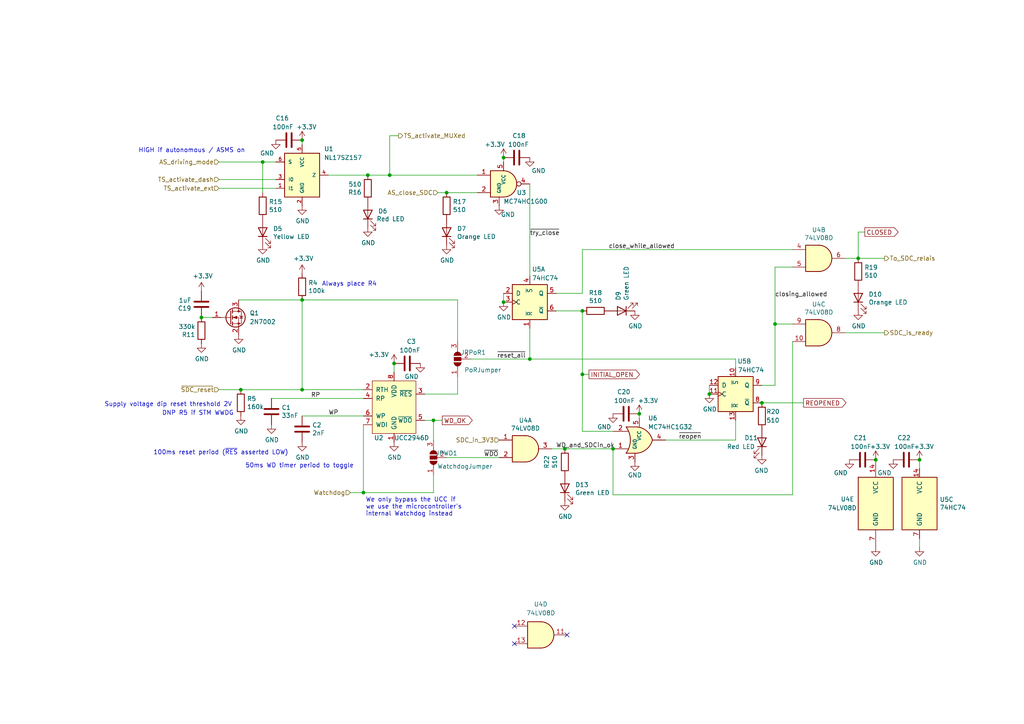
<source format=kicad_sch>
(kicad_sch (version 20211123) (generator eeschema)
  (paper "A4")
  (title_block (title "SDCL - Non-Programmable Logic") (date "2021-12-16") (rev "v1.0") (company "FaSTTUBe - Formula Student Team TU Berlin") (comment 1 "Car 113") (comment 2 "EBS Electronics") (comment 3 "Compliance for rule T 14.5.1 and T 14.5.2") (comment 4 "Hard-Wired logic for SDC relay latching and activation buttons"))
  (lib_symbols
    (symbol "74xx:74HC74" (pin_names (offset 1.016))
      (property "Reference" "U" (at -7.62 8.89 0))
      (property "Value" "74HC74" (at -7.62 -8.89 0))
      (symbol "74HC74_1_0"
        (pin input line (at 0 -7.62 90) (length 2.54) (name "~{R}") (number "1"))
        (pin input line (at -7.62 2.54 0) (length 2.54) (name "D") (number "2"))
        (pin input clock (at -7.62 0 0) (length 2.54) (name "C") (number "3"))
        (pin input line (at 0 7.62 270) (length 2.54) (name "~{S}") (number "4"))
        (pin output line (at 7.62 2.54 180) (length 2.54) (name "Q") (number "5"))
        (pin output line (at 7.62 -2.54 180) (length 2.54) (name "~{Q}") (number "6"))
      )
      (symbol "74HC74_1_1"
        (rectangle (start -5.08 5.08) (end 5.08 -5.08) (stroke (width 0.254)) (fill (type background)))
      )
      (symbol "74HC74_2_0"
        (pin input line (at 0 7.62 270) (length 2.54) (name "~{S}") (number "10"))
        (pin input clock (at -7.62 0 0) (length 2.54) (name "C") (number "11"))
        (pin input line (at -7.62 2.54 0) (length 2.54) (name "D") (number "12"))
        (pin input line (at 0 -7.62 90) (length 2.54) (name "~{R}") (number "13"))
        (pin output line (at 7.62 -2.54 180) (length 2.54) (name "~{Q}") (number "8"))
        (pin output line (at 7.62 2.54 180) (length 2.54) (name "Q") (number "9"))
      )
      (symbol "74HC74_2_1"
        (rectangle (start -5.08 5.08) (end 5.08 -5.08) (stroke (width 0.254)) (fill (type background)))
      )
      (symbol "74HC74_3_0"
        (pin power_in line (at 0 10.16 270) (length 2.54) (name "VCC") (number "14"))
        (pin power_in line (at 0 -10.16 90) (length 2.54) (name "GND") (number "7"))
      )
      (symbol "74HC74_3_1"
        (rectangle (start -5.08 7.62) (end 5.08 -7.62) (stroke (width 0.254)) (fill (type background)))
      )
    )
    (symbol "Custom:74LV08D" (pin_names (offset 1.016))
      (property "Reference" "U" (at 3.81 6.35 0))
      (property "Value" "74LV08D" (at 7.62 3.81 0))
      (symbol "74LV08D_1_1"
        (arc (start 0 -3.81) (mid 3.81 0) (end 0 3.81) (stroke (width 0.254)) (fill (type background)))
        (polyline (pts (xy 0 3.81) (xy -3.81 3.81) (xy -3.81 -3.81) (xy 0 -3.81)) (stroke (width 0.254)) (fill (type background)))
        (pin input line (at -7.62 2.54 0) (length 3.81) (name "~") (number "1"))
        (pin input line (at -7.62 -2.54 0) (length 3.81) (name "~") (number "2"))
        (pin output line (at 7.62 0 180) (length 3.81) (name "~") (number "3"))
      )
      (symbol "74LV08D_1_2"
        (arc (start -3.81 -3.81) (mid -2.589 0) (end -3.81 3.81) (stroke (width 0.254)))
        (arc (start -0.6096 -3.81) (mid 2.1842 -2.5851) (end 3.81 0) (stroke (width 0.254)) (fill (type background)))
        (polyline (pts (xy -3.81 -3.81) (xy -0.635 -3.81)) (stroke (width 0.254)) (fill (type background)))
        (polyline (pts (xy -3.81 3.81) (xy -0.635 3.81)) (stroke (width 0.254)) (fill (type background)))
        (polyline (pts (xy -0.635 3.81) (xy -3.81 3.81) (xy -3.81 3.81) (xy -3.556 3.4036) (xy -3.0226 2.2606) (xy -2.6924 1.0414) (xy -2.6162 -0.254) (xy -2.7686 -1.4986) (xy -3.175 -2.7178) (xy -3.81 -3.81) (xy -3.81 -3.81) (xy -0.635 -3.81)) (stroke (width -25.4)) (fill (type background)))
        (arc (start 3.81 0) (mid 2.1915 2.5936) (end -0.6096 3.81) (stroke (width 0.254)) (fill (type background)))
        (pin input inverted (at -7.62 2.54 0) (length 4.318) (name "~") (number "1"))
        (pin input inverted (at -7.62 -2.54 0) (length 4.318) (name "~") (number "2"))
        (pin output inverted (at 7.62 0 180) (length 3.81) (name "~") (number "3"))
      )
      (symbol "74LV08D_2_1"
        (arc (start 0 -3.81) (mid 3.81 0) (end 0 3.81) (stroke (width 0.254)) (fill (type background)))
        (polyline (pts (xy 0 3.81) (xy -3.81 3.81) (xy -3.81 -3.81) (xy 0 -3.81)) (stroke (width 0.254)) (fill (type background)))
        (pin input line (at -7.62 2.54 0) (length 3.81) (name "~") (number "4"))
        (pin input line (at -7.62 -2.54 0) (length 3.81) (name "~") (number "5"))
        (pin output line (at 7.62 0 180) (length 3.81) (name "~") (number "6"))
      )
      (symbol "74LV08D_2_2"
        (arc (start -3.81 -3.81) (mid -2.589 0) (end -3.81 3.81) (stroke (width 0.254)))
        (arc (start -0.6096 -3.81) (mid 2.1842 -2.5851) (end 3.81 0) (stroke (width 0.254)) (fill (type background)))
        (polyline (pts (xy -3.81 -3.81) (xy -0.635 -3.81)) (stroke (width 0.254)) (fill (type background)))
        (polyline (pts (xy -3.81 3.81) (xy -0.635 3.81)) (stroke (width 0.254)) (fill (type background)))
        (polyline (pts (xy -0.635 3.81) (xy -3.81 3.81) (xy -3.81 3.81) (xy -3.556 3.4036) (xy -3.0226 2.2606) (xy -2.6924 1.0414) (xy -2.6162 -0.254) (xy -2.7686 -1.4986) (xy -3.175 -2.7178) (xy -3.81 -3.81) (xy -3.81 -3.81) (xy -0.635 -3.81)) (stroke (width -25.4)) (fill (type background)))
        (arc (start 3.81 0) (mid 2.1915 2.5936) (end -0.6096 3.81) (stroke (width 0.254)) (fill (type background)))
        (pin input inverted (at -7.62 2.54 0) (length 4.318) (name "~") (number "4"))
        (pin input inverted (at -7.62 -2.54 0) (length 4.318) (name "~") (number "5"))
        (pin output inverted (at 7.62 0 180) (length 3.81) (name "~") (number "6"))
      )
      (symbol "74LV08D_3_1"
        (arc (start 0 -3.81) (mid 3.81 0) (end 0 3.81) (stroke (width 0.254)) (fill (type background)))
        (polyline (pts (xy 0 3.81) (xy -3.81 3.81) (xy -3.81 -3.81) (xy 0 -3.81)) (stroke (width 0.254)) (fill (type background)))
        (pin input line (at -7.62 -2.54 0) (length 3.81) (name "~") (number "10"))
        (pin output line (at 7.62 0 180) (length 3.81) (name "~") (number "8"))
        (pin input line (at -7.62 2.54 0) (length 3.81) (name "~") (number "9"))
      )
      (symbol "74LV08D_3_2"
        (arc (start -3.81 -3.81) (mid -2.589 0) (end -3.81 3.81) (stroke (width 0.254)))
        (arc (start -0.6096 -3.81) (mid 2.1842 -2.5851) (end 3.81 0) (stroke (width 0.254)) (fill (type background)))
        (polyline (pts (xy -3.81 -3.81) (xy -0.635 -3.81)) (stroke (width 0.254)) (fill (type background)))
        (polyline (pts (xy -3.81 3.81) (xy -0.635 3.81)) (stroke (width 0.254)) (fill (type background)))
        (polyline (pts (xy -0.635 3.81) (xy -3.81 3.81) (xy -3.81 3.81) (xy -3.556 3.4036) (xy -3.0226 2.2606) (xy -2.6924 1.0414) (xy -2.6162 -0.254) (xy -2.7686 -1.4986) (xy -3.175 -2.7178) (xy -3.81 -3.81) (xy -3.81 -3.81) (xy -0.635 -3.81)) (stroke (width -25.4)) (fill (type background)))
        (arc (start 3.81 0) (mid 2.1915 2.5936) (end -0.6096 3.81) (stroke (width 0.254)) (fill (type background)))
        (pin input inverted (at -7.62 -2.54 0) (length 4.318) (name "~") (number "10"))
        (pin output inverted (at 7.62 0 180) (length 3.81) (name "~") (number "8"))
        (pin input inverted (at -7.62 2.54 0) (length 4.318) (name "~") (number "9"))
      )
      (symbol "74LV08D_4_1"
        (arc (start 0 -3.81) (mid 3.81 0) (end 0 3.81) (stroke (width 0.254)) (fill (type background)))
        (polyline (pts (xy 0 3.81) (xy -3.81 3.81) (xy -3.81 -3.81) (xy 0 -3.81)) (stroke (width 0.254)) (fill (type background)))
        (pin output line (at 7.62 0 180) (length 3.81) (name "~") (number "11"))
        (pin input line (at -7.62 2.54 0) (length 3.81) (name "~") (number "12"))
        (pin input line (at -7.62 -2.54 0) (length 3.81) (name "~") (number "13"))
      )
      (symbol "74LV08D_4_2"
        (arc (start -3.81 -3.81) (mid -2.589 0) (end -3.81 3.81) (stroke (width 0.254)))
        (arc (start -0.6096 -3.81) (mid 2.1842 -2.5851) (end 3.81 0) (stroke (width 0.254)) (fill (type background)))
        (polyline (pts (xy -3.81 -3.81) (xy -0.635 -3.81)) (stroke (width 0.254)) (fill (type background)))
        (polyline (pts (xy -3.81 3.81) (xy -0.635 3.81)) (stroke (width 0.254)) (fill (type background)))
        (polyline (pts (xy -0.635 3.81) (xy -3.81 3.81) (xy -3.81 3.81) (xy -3.556 3.4036) (xy -3.0226 2.2606) (xy -2.6924 1.0414) (xy -2.6162 -0.254) (xy -2.7686 -1.4986) (xy -3.175 -2.7178) (xy -3.81 -3.81) (xy -3.81 -3.81) (xy -0.635 -3.81)) (stroke (width -25.4)) (fill (type background)))
        (arc (start 3.81 0) (mid 2.1915 2.5936) (end -0.6096 3.81) (stroke (width 0.254)) (fill (type background)))
        (pin output inverted (at 7.62 0 180) (length 3.81) (name "~") (number "11"))
        (pin input inverted (at -7.62 2.54 0) (length 4.318) (name "~") (number "12"))
        (pin input inverted (at -7.62 -2.54 0) (length 4.318) (name "~") (number "13"))
      )
      (symbol "74LV08D_5_0"
        (pin power_in line (at 0 12.7 270) (length 5.08) (name "VCC") (number "14"))
        (pin power_in line (at 0 -12.7 90) (length 5.08) (name "GND") (number "7"))
      )
      (symbol "74LV08D_5_1"
        (rectangle (start -5.08 7.62) (end 5.08 -7.62) (stroke (width 0.254)) (fill (type background)))
      )
    )
    (symbol "Custom:MC74HC1G00" (pin_names (offset 1.016))
      (property "Reference" "U" (at 1.27 7.62 0))
      (property "Value" "MC74HC1G00" (at 7.62 5.08 0))
      (symbol "MC74HC1G00_1_1"
        (arc (start 0 -3.81) (mid 3.81 0) (end 0 3.81) (stroke (width 0.254)) (fill (type background)))
        (polyline (pts (xy 0 3.81) (xy -3.81 3.81) (xy -3.81 -3.81) (xy 0 -3.81)) (stroke (width 0.254)) (fill (type background)))
        (pin input line (at -7.62 2.54 0) (length 3.81) (name "~") (number "1"))
        (pin input line (at -7.62 -2.54 0) (length 3.81) (name "~") (number "2"))
        (pin power_in line (at -1.27 -6.35 90) (length 2.54) (name "GND") (number "3"))
        (pin output inverted (at 7.62 0 180) (length 3.81) (name "~") (number "4"))
        (pin power_in line (at 0 6.35 270) (length 2.54) (name "VCC") (number "5"))
      )
      (symbol "MC74HC1G00_1_2"
        (arc (start -3.81 -3.81) (mid -2.589 0) (end -3.81 3.81) (stroke (width 0.254)))
        (arc (start -0.6096 -3.81) (mid 2.1842 -2.5851) (end 3.81 0) (stroke (width 0.254)) (fill (type background)))
        (polyline (pts (xy -3.81 -3.81) (xy -0.635 -3.81)) (stroke (width 0.254)) (fill (type background)))
        (polyline (pts (xy -3.81 3.81) (xy -0.635 3.81)) (stroke (width 0.254)) (fill (type background)))
        (polyline (pts (xy -0.635 3.81) (xy -3.81 3.81) (xy -3.81 3.81) (xy -3.556 3.4036) (xy -3.0226 2.2606) (xy -2.6924 1.0414) (xy -2.6162 -0.254) (xy -2.7686 -1.4986) (xy -3.175 -2.7178) (xy -3.81 -3.81) (xy -3.81 -3.81) (xy -0.635 -3.81)) (stroke (width -25.4)) (fill (type background)))
        (arc (start 3.81 0) (mid 2.1915 2.5936) (end -0.6096 3.81) (stroke (width 0.254)) (fill (type background)))
        (pin input inverted (at -7.62 2.54 0) (length 4.318) (name "~") (number "1"))
        (pin input inverted (at -7.62 -2.54 0) (length 4.318) (name "~") (number "2"))
        (pin output line (at 7.62 0 180) (length 3.81) (name "~") (number "3"))
      )
    )
    (symbol "Custom:MC74HC1G32" (pin_names (offset 1.016))
      (property "Reference" "U6" (at 2.54 6.35 0))
      (property "Value" "MC74HC1G32" (at 2.54 3.81 0))
      (symbol "MC74HC1G32_1_1"
        (arc (start -3.81 -3.81) (mid -2.589 0) (end -3.81 3.81) (stroke (width 0.254)))
        (arc (start -0.6096 -3.81) (mid 2.1842 -2.5851) (end 3.81 0) (stroke (width 0.254)) (fill (type background)))
        (polyline (pts (xy -3.81 -3.81) (xy -0.635 -3.81)) (stroke (width 0.254)) (fill (type background)))
        (polyline (pts (xy -3.81 3.81) (xy -0.635 3.81)) (stroke (width 0.254)) (fill (type background)))
        (polyline (pts (xy -0.635 3.81) (xy -3.81 3.81) (xy -3.81 3.81) (xy -3.556 3.4036) (xy -3.0226 2.2606) (xy -2.6924 1.0414) (xy -2.6162 -0.254) (xy -2.7686 -1.4986) (xy -3.175 -2.7178) (xy -3.81 -3.81) (xy -3.81 -3.81) (xy -0.635 -3.81)) (stroke (width -25.4)) (fill (type background)))
        (arc (start 3.81 0) (mid 2.1915 2.5936) (end -0.6096 3.81) (stroke (width 0.254)) (fill (type background)))
        (pin input line (at -7.62 -2.54 0) (length 4.318) (name "~") (number "1"))
        (pin input line (at -7.62 2.54 0) (length 4.318) (name "~") (number "2"))
        (pin power_in line (at -1.27 -6.35 90) (length 2.54) (name "GND") (number "3"))
        (pin output line (at 7.62 0 180) (length 3.81) (name "~") (number "4"))
        (pin power_in line (at 0 6.35 270) (length 2.54) (name "VCC") (number "5"))
      )
      (symbol "MC74HC1G32_1_2"
        (arc (start 0 -3.81) (mid 3.81 0) (end 0 3.81) (stroke (width 0.254)) (fill (type background)))
        (polyline (pts (xy 0 3.81) (xy -3.81 3.81) (xy -3.81 -3.81) (xy 0 -3.81)) (stroke (width 0.254)) (fill (type background)))
        (pin input inverted (at -7.62 2.54 0) (length 3.81) (name "~") (number "1"))
        (pin input inverted (at -7.62 -2.54 0) (length 3.81) (name "~") (number "2"))
        (pin output inverted (at 7.62 0 180) (length 3.81) (name "~") (number "3"))
      )
    )
    (symbol "Custom:NL17SZ157" (pin_names (offset 1.016))
      (property "Reference" "U" (at 0 15.24 0))
      (property "Value" "NL17SZ157" (at 0 12.7 0))
      (symbol "NL17SZ157_1_1"
        (rectangle (start -5.08 6.35) (end 5.08 -6.35) (stroke (width 0.254)) (fill (type background)))
        (pin input line (at -7.62 -3.81 0) (length 2.54) (name "I1") (number "1"))
        (pin power_in line (at 0 -8.89 90) (length 2.54) (name "GND") (number "2"))
        (pin input line (at -7.62 -1.27 0) (length 2.54) (name "I0") (number "3"))
        (pin output line (at 7.62 0 180) (length 2.54) (name "Z") (number "4"))
        (pin power_in line (at 0 8.89 270) (length 2.54) (name "VCC") (number "5"))
        (pin input line (at -7.62 3.81 0) (length 2.54) (name "S") (number "6"))
      )
    )
    (symbol "Custom:UCC2946" (pin_names (offset 1.016))
      (property "Reference" "U" (at 0 15.24 0))
      (property "Value" "UCC2946" (at 0 12.7 0))
      (symbol "UCC2946_0_1"
        (rectangle (start -6.35 7.62) (end 6.35 -7.62) (fill (type background)))
      )
      (symbol "UCC2946_1_1"
        (pin power_in line (at 0 -10.16 90) (length 2.54) (name "GND") (number "1"))
        (pin input line (at -8.89 5.08 0) (length 2.54) (name "RTH") (number "2"))
        (pin input line (at 8.89 3.81 180) (length 2.54) (name "~{RES}") (number "3"))
        (pin input line (at -8.89 2.54 0) (length 2.54) (name "RP") (number "4"))
        (pin input line (at 8.89 -3.81 180) (length 2.54) (name "~{WDO}") (number "5"))
        (pin input line (at -8.89 -2.54 0) (length 2.54) (name "WP") (number "6"))
        (pin input line (at -8.89 -5.08 0) (length 2.54) (name "WDI") (number "7"))
        (pin power_in line (at 0 10.16 270) (length 2.54) (name "VDD") (number "8"))
      )
    )
    (symbol "Device:C" (pin_numbers hide) (pin_names (offset 0.254))
      (property "Reference" "C" (at 0.635 2.54 0))
      (property "Value" "C" (at 0.635 -2.54 0))
      (symbol "C_0_1"
        (polyline (pts (xy -2.032 -0.762) (xy 2.032 -0.762)) (stroke (width 0.508)))
        (polyline (pts (xy -2.032 0.762) (xy 2.032 0.762)) (stroke (width 0.508)))
      )
      (symbol "C_1_1"
        (pin passive line (at 0 3.81 270) (length 2.794) (name "~") (number "1"))
        (pin passive line (at 0 -3.81 90) (length 2.794) (name "~") (number "2"))
      )
    )
    (symbol "Device:LED" (pin_numbers hide) (pin_names (offset 1.016) hide)
      (property "Reference" "D" (at 0 2.54 0))
      (property "Value" "LED" (at 0 -2.54 0))
      (symbol "LED_0_1"
        (polyline (pts (xy -1.27 -1.27) (xy -1.27 1.27)) (stroke (width 0.254)))
        (polyline (pts (xy -1.27 0) (xy 1.27 0)))
        (polyline (pts (xy 1.27 -1.27) (xy 1.27 1.27) (xy -1.27 0) (xy 1.27 -1.27)) (stroke (width 0.254)))
        (polyline (pts (xy -3.048 -0.762) (xy -4.572 -2.286) (xy -3.81 -2.286) (xy -4.572 -2.286) (xy -4.572 -1.524)))
        (polyline (pts (xy -1.778 -0.762) (xy -3.302 -2.286) (xy -2.54 -2.286) (xy -3.302 -2.286) (xy -3.302 -1.524)))
      )
      (symbol "LED_1_1"
        (pin passive line (at -3.81 0 0) (length 2.54) (name "K") (number "1"))
        (pin passive line (at 3.81 0 180) (length 2.54) (name "A") (number "2"))
      )
    )
    (symbol "Device:Q_NMOS_GSD" (pin_names (offset 0) hide)
      (property "Reference" "Q" (at 5.08 1.27 0))
      (property "Value" "Q_NMOS_GSD" (at 5.08 -1.27 0))
      (symbol "Q_NMOS_GSD_0_1"
        (polyline (pts (xy 0.254 0) (xy -2.54 0)))
        (polyline (pts (xy 0.254 1.905) (xy 0.254 -1.905)) (stroke (width 0.254)))
        (polyline (pts (xy 0.762 -1.27) (xy 0.762 -2.286)) (stroke (width 0.254)))
        (polyline (pts (xy 0.762 0.508) (xy 0.762 -0.508)) (stroke (width 0.254)))
        (polyline (pts (xy 0.762 2.286) (xy 0.762 1.27)) (stroke (width 0.254)))
        (polyline (pts (xy 2.54 2.54) (xy 2.54 1.778)))
        (polyline (pts (xy 2.54 -2.54) (xy 2.54 0) (xy 0.762 0)))
        (polyline (pts (xy 0.762 -1.778) (xy 3.302 -1.778) (xy 3.302 1.778) (xy 0.762 1.778)))
        (polyline (pts (xy 1.016 0) (xy 2.032 0.381) (xy 2.032 -0.381) (xy 1.016 0)) (fill (type outline)))
        (polyline (pts (xy 2.794 0.508) (xy 2.921 0.381) (xy 3.683 0.381) (xy 3.81 0.254)))
        (polyline (pts (xy 3.302 0.381) (xy 2.921 -0.254) (xy 3.683 -0.254) (xy 3.302 0.381)))
        (circle (center 1.651 0) (radius 2.794) (stroke (width 0.254)))
        (circle (center 2.54 -1.778) (radius 0.254) (fill (type outline)))
        (circle (center 2.54 1.778) (radius 0.254) (fill (type outline)))
      )
      (symbol "Q_NMOS_GSD_1_1"
        (pin input line (at -5.08 0 0) (length 2.54) (name "G") (number "1"))
        (pin passive line (at 2.54 -5.08 90) (length 2.54) (name "S") (number "2"))
        (pin passive line (at 2.54 5.08 270) (length 2.54) (name "D") (number "3"))
      )
    )
    (symbol "Device:R" (pin_numbers hide) (pin_names (offset 0))
      (property "Reference" "R" (at 2.032 0 90))
      (property "Value" "R" (at 0 0 90))
      (symbol "R_0_1"
        (rectangle (start -1.016 -2.54) (end 1.016 2.54) (stroke (width 0.254)))
      )
      (symbol "R_1_1"
        (pin passive line (at 0 3.81 270) (length 1.27) (name "~") (number "1"))
        (pin passive line (at 0 -3.81 90) (length 1.27) (name "~") (number "2"))
      )
    )
    (symbol "Jumper:SolderJumper_3_Open" (pin_names (offset 0) hide)
      (property "Reference" "JP" (at -2.54 -2.54 0))
      (property "Value" "SolderJumper_3_Open" (at 0 2.794 0))
      (symbol "SolderJumper_3_Open_0_1"
        (arc (start -1.016 1.016) (mid -2.032 0) (end -1.016 -1.016))
        (arc (start -1.016 1.016) (mid -2.032 0) (end -1.016 -1.016) (fill (type outline)))
        (rectangle (start -0.508 1.016) (end 0.508 -1.016) (fill (type outline)))
        (polyline (pts (xy -2.54 0) (xy -2.032 0)))
        (polyline (pts (xy -1.016 1.016) (xy -1.016 -1.016)))
        (polyline (pts (xy 0 -1.27) (xy 0 -1.016)))
        (polyline (pts (xy 1.016 1.016) (xy 1.016 -1.016)))
        (polyline (pts (xy 2.54 0) (xy 2.032 0)))
        (arc (start 1.016 -1.016) (mid 2.032 0) (end 1.016 1.016))
        (arc (start 1.016 -1.016) (mid 2.032 0) (end 1.016 1.016) (fill (type outline)))
      )
      (symbol "SolderJumper_3_Open_1_1"
        (pin passive line (at -5.08 0 0) (length 2.54) (name "A") (number "1"))
        (pin passive line (at 0 -3.81 90) (length 2.54) (name "C") (number "2"))
        (pin passive line (at 5.08 0 180) (length 2.54) (name "B") (number "3"))
      )
    )
    (symbol "power:+3.3V" (power) (pin_names (offset 0))
      (property "Value" "+3.3V" (at 0 3.556 0))
      (symbol "+3.3V_0_1"
        (polyline (pts (xy -0.762 1.27) (xy 0 2.54)))
        (polyline (pts (xy 0 0) (xy 0 2.54)))
        (polyline (pts (xy 0 2.54) (xy 0.762 1.27)))
      )
      (symbol "+3.3V_1_1"
        (pin power_in line (at 0 0 90) (length 0) hide (name "+3.3V") (number "1"))
      )
    )
    (symbol "power:GND" (power) (pin_names (offset 0))
      (property "Value" "GND" (at 0 -3.81 0))
      (symbol "GND_0_1"
        (polyline (pts (xy 0 0) (xy 0 -1.27) (xy 1.27 -1.27) (xy 0 -2.54) (xy -1.27 -1.27) (xy 0 -1.27)))
      )
      (symbol "GND_1_1"
        (pin power_in line (at 0 0 270) (length 0) hide (name "GND") (number "1"))
      )
    )
  )
  (junction (at 185.42 120.015))
  (junction (at 168.91 108.585))
  (junction (at 114.3 105.41))
  (junction (at 224.79 93.98))
  (junction (at 113.03 50.8))
  (junction (at 87.63 86.995))
  (junction (at 220.98 116.84))
  (junction (at 168.91 90.17))
  (junction (at 248.92 74.93))
  (junction (at 266.7 133.35))
  (junction (at 146.05 87.63))
  (junction (at 125.73 121.92))
  (junction (at 105.41 142.875))
  (junction (at 163.83 130.175))
  (junction (at 146.05 45.72))
  (junction (at 177.8 130.175))
  (junction (at 106.68 50.8))
  (junction (at 153.67 104.14))
  (junction (at 58.42 92.075))
  (junction (at 254 133.35))
  (junction (at 129.54 55.88))
  (junction (at 69.85 113.03))
  (junction (at 87.63 113.03))
  (junction (at 76.2 46.99))
  (junction (at 87.63 40.64))
  (junction (at 205.74 114.3))
  (no_connect (at 149.225 181.61))
  (no_connect (at 149.225 186.69))
  (no_connect (at 164.465 184.15))
  (wire (pts (xy 63.5 54.61) (xy 80.01 54.61)))
  (wire (pts (xy 245.11 96.52) (xy 256.54 96.52)))
  (wire (pts (xy 224.79 111.76) (xy 224.79 93.98)))
  (wire (pts (xy 161.29 85.09) (xy 168.91 85.09)))
  (wire (pts (xy 213.36 104.14) (xy 153.67 104.14)))
  (wire (pts (xy 128.27 121.92) (xy 125.73 121.92)))
  (wire (pts (xy 113.03 50.8) (xy 138.43 50.8)))
  (wire (pts (xy 127 55.88) (xy 129.54 55.88)))
  (wire (pts (xy 113.03 39.37) (xy 115.57 39.37)))
  (wire (pts (xy 153.67 53.34) (xy 153.67 80.01)))
  (wire (pts (xy 87.63 40.64) (xy 87.63 41.91)))
  (wire (pts (xy 168.91 108.585) (xy 168.91 125.095)))
  (wire (pts (xy 69.85 113.03) (xy 87.63 113.03)))
  (wire (pts (xy 132.715 99.06) (xy 132.715 86.995)))
  (wire (pts (xy 250.825 67.31) (xy 248.92 67.31)))
  (wire (pts (xy 224.79 93.98) (xy 224.79 77.47)))
  (wire (pts (xy 123.19 114.3) (xy 132.715 114.3)))
  (wire (pts (xy 106.68 50.8) (xy 113.03 50.8)))
  (wire (pts (xy 125.73 127.635) (xy 125.73 121.92)))
  (wire (pts (xy 63.5 46.99) (xy 76.2 46.99)))
  (wire (pts (xy 224.79 77.47) (xy 229.87 77.47)))
  (wire (pts (xy 136.525 104.14) (xy 153.67 104.14)))
  (wire (pts (xy 129.54 55.88) (xy 138.43 55.88)))
  (wire (pts (xy 213.36 127.635) (xy 213.36 121.92)))
  (wire (pts (xy 76.2 46.99) (xy 76.2 55.88)))
  (wire (pts (xy 125.73 137.795) (xy 125.73 142.875)))
  (wire (pts (xy 168.91 90.17) (xy 161.29 90.17)))
  (wire (pts (xy 163.83 130.175) (xy 177.8 130.175)))
  (wire (pts (xy 95.25 50.8) (xy 106.68 50.8)))
  (wire (pts (xy 185.42 120.015) (xy 185.42 121.285)))
  (wire (pts (xy 168.91 90.17) (xy 168.91 108.585)))
  (wire (pts (xy 213.36 104.14) (xy 213.36 106.68)))
  (wire (pts (xy 63.5 113.03) (xy 69.85 113.03)))
  (wire (pts (xy 266.7 135.89) (xy 266.7 133.35)))
  (wire (pts (xy 78.74 115.57) (xy 105.41 115.57)))
  (wire (pts (xy 193.04 127.635) (xy 213.36 127.635)))
  (wire (pts (xy 58.42 92.075) (xy 61.595 92.075)))
  (wire (pts (xy 177.8 143.51) (xy 177.8 130.175)))
  (wire (pts (xy 114.3 105.41) (xy 114.3 107.95)))
  (wire (pts (xy 129.54 132.715) (xy 144.78 132.715)))
  (wire (pts (xy 153.67 95.25) (xy 153.67 104.14)))
  (wire (pts (xy 168.91 72.39) (xy 168.91 85.09)))
  (wire (pts (xy 123.19 121.92) (xy 125.73 121.92)))
  (wire (pts (xy 220.98 116.84) (xy 233.045 116.84)))
  (wire (pts (xy 87.63 86.995) (xy 87.63 113.03)))
  (wire (pts (xy 220.98 111.76) (xy 224.79 111.76)))
  (wire (pts (xy 125.73 142.875) (xy 105.41 142.875)))
  (wire (pts (xy 266.7 158.75) (xy 266.7 156.21)))
  (wire (pts (xy 160.02 130.175) (xy 163.83 130.175)))
  (wire (pts (xy 248.92 74.93) (xy 256.54 74.93)))
  (wire (pts (xy 101.6 142.875) (xy 105.41 142.875)))
  (wire (pts (xy 146.05 45.72) (xy 146.05 46.99)))
  (wire (pts (xy 87.63 86.995) (xy 69.215 86.995)))
  (wire (pts (xy 63.5 52.07) (xy 80.01 52.07)))
  (wire (pts (xy 168.91 125.095) (xy 177.8 125.095)))
  (wire (pts (xy 205.74 111.76) (xy 205.74 114.3)))
  (wire (pts (xy 248.92 67.31) (xy 248.92 74.93)))
  (wire (pts (xy 146.05 85.09) (xy 146.05 87.63)))
  (wire (pts (xy 87.63 113.03) (xy 105.41 113.03)))
  (wire (pts (xy 113.03 39.37) (xy 113.03 50.8)))
  (wire (pts (xy 229.87 93.98) (xy 224.79 93.98)))
  (wire (pts (xy 168.91 72.39) (xy 229.87 72.39)))
  (wire (pts (xy 105.41 142.875) (xy 105.41 123.19)))
  (wire (pts (xy 132.715 109.22) (xy 132.715 114.3)))
  (wire (pts (xy 76.2 46.99) (xy 80.01 46.99)))
  (wire (pts (xy 168.91 108.585) (xy 170.815 108.585)))
  (wire (pts (xy 245.11 74.93) (xy 248.92 74.93)))
  (wire (pts (xy 229.87 99.06) (xy 229.87 143.51)))
  (wire (pts (xy 87.63 86.995) (xy 132.715 86.995)))
  (wire (pts (xy 229.87 143.51) (xy 177.8 143.51)))
  (wire (pts (xy 87.63 120.65) (xy 105.41 120.65)))
  (text "Supply voltage dip reset threshold 2V" (at 67.31 118.11 180) (effects (font (size 1.27 1.27)) (justify right bottom)))
  (text "100ms reset period (~{RES} asserted LOW)" (at 44.45 132.08 0) (effects (font (size 1.27 1.27)) (justify left bottom)))
  (text "50ms WD timer period to toggle" (at 71.12 135.89 0) (effects (font (size 1.27 1.27)) (justify left bottom)))
  (text "Always place R4" (at 93.345 83.185 0) (effects (font (size 1.27 1.27)) (justify left bottom)))
  (text "HIGH if autonomous / ASMS on" (at 71.12 44.45 180) (effects (font (size 1.27 1.27)) (justify right bottom)))
  (text "We only bypass the UCC if\nwe use the microcontroller's\ninternal Watchdog instead\n" (at 106.045 149.86 0) (effects (font (size 1.27 1.27)) (justify left bottom)))
  (text "DNP R5 if STM WWDG" (at 46.99 120.65 0) (effects (font (size 1.27 1.27)) (justify left bottom)))
  (label "~{reopen}" (at 196.85 127.635 0))
  (label "WP" (at 95.25 120.65 0))
  (label "WD_and_SDCin_ok" (at 161.29 130.175 0))
  (label "close_while_allowed" (at 176.53 72.39 0))
  (label "~{reset_all}" (at 144.145 104.14 0))
  (label "closing_allowed" (at 224.79 86.36 0))
  (label "~{WDO}" (at 140.335 132.715 0))
  (label "RP" (at 90.17 115.57 0))
  (label "~{try_close}" (at 153.67 68.58 0))
  (global_label "WD_OK" (shape output) (at 128.27 121.92 0) (property "Intersheet References" "${INTERSHEET_REFS}" (effects hide)))
  (global_label "CLOSED" (shape output) (at 250.825 67.31 0) (property "Intersheet References" "${INTERSHEET_REFS}" (effects hide)))
  (global_label "INITIAL_OPEN" (shape output) (at 170.815 108.585 0) (property "Intersheet References" "${INTERSHEET_REFS}" (effects hide)))
  (global_label "REOPENED" (shape output) (at 233.045 116.84 0) (property "Intersheet References" "${INTERSHEET_REFS}" (effects hide)))
  (hierarchical_label "SDC_in_3V3" (shape input) (at 144.78 127.635 180))
  (hierarchical_label "TS_activate_dash" (shape input) (at 63.5 52.07 180))
  (hierarchical_label "~{SDC_reset}" (shape input) (at 63.5 113.03 180))
  (hierarchical_label "AS_close_SDC" (shape input) (at 127 55.88 180))
  (hierarchical_label "SDC_is_ready" (shape output) (at 256.54 96.52 0))
  (hierarchical_label "TS_activate_MUXed" (shape output) (at 115.57 39.37 0))
  (hierarchical_label "AS_driving_mode" (shape input) (at 63.5 46.99 180))
  (hierarchical_label "TS_activate_ext" (shape input) (at 63.5 54.61 180))
  (hierarchical_label "Watchdog" (shape input) (at 101.6 142.875 180))
  (hierarchical_label "To_SDC_relais" (shape output) (at 256.54 74.93 0))
  (symbol (lib_id "Device:C") (at 78.74 119.38 0) (unit 1)
    (property "Reference" "C1" (at 81.661 118.2116 0) (effects (justify left)))
    (property "Value" "33nF" (at 81.661 120.523 0) (effects (justify left)))
    (property "Footprint" "Capacitor_SMD:C_0603_1608Metric_Pad1.08x0.95mm_HandSolder" (effects hide))
  )
  (symbol (lib_id "Device:C") (at 87.63 124.46 0) (unit 1)
    (property "Reference" "C2" (at 90.551 123.2916 0) (effects (justify left)))
    (property "Value" "2nF" (at 90.551 125.603 0) (effects (justify left)))
    (property "Footprint" "Capacitor_SMD:C_0603_1608Metric_Pad1.08x0.95mm_HandSolder" (effects hide))
  )
  (symbol (lib_id "Custom:UCC2946") (at 114.3 118.11 0) (unit 1)
    (property "Reference" "U2" (at 109.855 127 0))
    (property "Value" "UCC2946D" (at 119.38 127 0))
    (property "Footprint" "Package_SO:SOIC-8_3.9x4.9mm_P1.27mm" (effects hide))
    (property "Datasheet" "https://www.ti.com/lit/ds/symlink/ucc2946.pdf" (effects hide))
  )
  (symbol (lib_id "Device:C") (at 118.11 105.41 90) (unit 1)
    (property "Reference" "C3" (at 120.65 99.06 90) (effects (justify left)))
    (property "Value" "100nF" (at 121.92 101.6 90) (effects (justify left)))
    (property "Footprint" "Capacitor_SMD:C_0603_1608Metric_Pad1.08x0.95mm_HandSolder" (effects hide))
  )
  (symbol (lib_id "Device:R") (at 69.85 116.84 0) (unit 1)
    (property "Reference" "R5" (at 71.628 115.6716 0) (effects (justify left)))
    (property "Value" "160k" (at 71.628 117.983 0) (effects (justify left)))
    (property "Footprint" "Resistor_SMD:R_0603_1608Metric_Pad0.98x0.95mm_HandSolder" (effects hide))
  )
  (symbol (lib_id "Device:R") (at 87.63 83.185 0) (unit 1)
    (property "Reference" "R4" (at 89.408 82.0166 0) (effects (justify left)))
    (property "Value" "100k" (at 89.408 84.328 0) (effects (justify left)))
    (property "Footprint" "Resistor_SMD:R_0603_1608Metric_Pad0.98x0.95mm_HandSolder" (effects hide))
  )
  (symbol (lib_id "Custom:MC74HC1G00") (at 146.05 53.34 0) (unit 1)
    (property "Reference" "U3" (at 149.86 55.88 0) (effects (justify left)))
    (property "Value" "MC74HC1G00" (at 146.05 58.42 0) (effects (justify left)))
    (property "Footprint" "Package_TO_SOT_SMD:SOT-23-5_HandSoldering" (effects hide))
    (property "Datasheet" "http://www.ti.com/lit/gpn/sn74ls00" (effects hide))
  )
  (symbol (lib_id "power:GND") (at 144.78 59.69 0) (unit 1)
    (property "Reference" "#PWR0122" (effects hide))
    (property "Value" "GND" (at 147.32 62.23 0))
  )
  (symbol (lib_id "Custom:MC74HC1G32") (at 185.42 127.635 0) (unit 1)
    (property "Reference" "U6" (at 187.96 121.285 0) (effects (justify left)))
    (property "Value" "MC74HC1G32" (at 187.96 123.825 0) (effects (justify left)))
    (property "Footprint" "Package_TO_SOT_SMD:SOT-23-5_HandSoldering" (effects hide))
    (property "Datasheet" "https://www.mouser.de/datasheet/2/308/1/MC74HC1G32_D-2315545.pdf" (effects hide))
  )
  (symbol (lib_id "power:GND") (at 184.15 133.985 0) (unit 1)
    (property "Reference" "#PWR0124" (effects hide))
    (property "Value" "GND" (at 184.15 137.795 0))
  )
  (symbol (lib_id "power:+3.3V") (at 185.42 120.015 0) (unit 1)
    (property "Reference" "#PWR0125" (effects hide))
    (property "Value" "+3.3V" (at 187.96 116.205 0))
  )
  (symbol (lib_id "power:GND") (at 121.92 105.41 0) (unit 1)
    (property "Reference" "#PWR0112" (effects hide))
    (property "Value" "GND" (at 119.38 109.22 0))
  )
  (symbol (lib_id "Custom:74LV08D") (at 152.4 130.175 0) (unit 1)
    (property "Reference" "U4" (at 152.4 121.92 0))
    (property "Value" "74LV08D" (at 152.4 124.2314 0))
    (property "Footprint" "Package_SO:SOIC-14_3.9x8.7mm_P1.27mm" (effects hide))
    (property "Datasheet" "https://www.mouser.de/datasheet/2/916/74LV08-1388983.pdf" (effects hide))
  )
  (symbol (lib_id "power:GND") (at 87.63 128.27 0) (unit 1)
    (property "Reference" "#PWR0113" (effects hide))
    (property "Value" "GND" (at 87.757 132.6642 0))
  )
  (symbol (lib_id "Custom:74LV08D") (at 237.49 74.93 0) (unit 2)
    (property "Reference" "U4" (at 237.49 66.675 0))
    (property "Value" "74LV08D" (at 237.49 68.9864 0))
    (property "Footprint" "Package_SO:SOIC-14_3.9x8.7mm_P1.27mm" (effects hide))
    (property "Datasheet" "https://www.mouser.de/datasheet/2/916/74LV08-1388983.pdf" (effects hide))
  )
  (symbol (lib_id "Custom:74LV08D") (at 237.49 96.52 0) (unit 3)
    (property "Reference" "U4" (at 237.49 88.265 0))
    (property "Value" "74LV08D" (at 237.49 90.5764 0))
    (property "Footprint" "Package_SO:SOIC-14_3.9x8.7mm_P1.27mm" (effects hide))
    (property "Datasheet" "https://www.mouser.de/datasheet/2/916/74LV08-1388983.pdf" (effects hide))
  )
  (symbol (lib_id "power:GND") (at 146.05 87.63 0) (unit 1)
    (property "Reference" "#PWR0115" (effects hide))
    (property "Value" "GND" (at 146.177 92.0242 0))
  )
  (symbol (lib_id "Custom:74LV08D") (at 254 146.05 0) (unit 5)
    (property "Reference" "U4" (at 243.84 144.78 0) (effects (justify left)))
    (property "Value" "74LV08D" (at 240.03 147.32 0) (effects (justify left)))
    (property "Footprint" "Package_SO:SOIC-14_3.9x8.7mm_P1.27mm" (effects hide))
    (property "Datasheet" "https://www.mouser.de/datasheet/2/916/74LV08-1388983.pdf" (effects hide))
  )
  (symbol (lib_id "power:GND") (at 205.74 114.3 0) (unit 1)
    (property "Reference" "#PWR0118" (effects hide))
    (property "Value" "GND" (at 205.867 118.6942 0))
  )
  (symbol (lib_id "power:+3.3V") (at 254 133.35 0) (unit 1)
    (property "Reference" "#PWR0126" (effects hide))
    (property "Value" "+3.3V" (at 255.27 129.54 0))
  )
  (symbol (lib_id "power:GND") (at 254 158.75 0) (unit 1)
    (property "Reference" "#PWR0127" (effects hide))
    (property "Value" "GND" (at 254.127 163.1442 0))
  )
  (symbol (lib_id "power:+3.3V") (at 114.3 105.41 0) (unit 1)
    (property "Reference" "#PWR0128" (effects hide))
    (property "Value" "+3.3V" (at 109.855 102.87 0))
  )
  (symbol (lib_id "power:+3.3V") (at 87.63 79.375 0) (unit 1)
    (property "Reference" "#PWR0129" (effects hide))
    (property "Value" "+3.3V" (at 88.011 74.9808 0))
  )
  (symbol (lib_id "power:GND") (at 69.85 120.65 0) (unit 1)
    (property "Reference" "#PWR0130" (effects hide))
    (property "Value" "GND" (at 69.977 125.0442 0))
  )
  (symbol (lib_id "power:GND") (at 78.74 123.19 0) (unit 1)
    (property "Reference" "#PWR0131" (effects hide))
    (property "Value" "GND" (at 78.867 127.5842 0))
  )
  (symbol (lib_id "Custom:NL17SZ157") (at 87.63 50.8 0) (unit 1)
    (property "Reference" "U1" (at 93.98 43.18 0) (effects (justify left)))
    (property "Value" "NL17SZ157" (at 93.98 45.72 0) (effects (justify left)))
    (property "Footprint" "Package_TO_SOT_SMD:SOT-23-6_Handsoldering" (effects hide))
    (property "Datasheet" "https://www.mouser.de/datasheet/2/308/1/NL17SZ157_D-2318109.pdf" (effects hide))
  )
  (symbol (lib_id "power:GND") (at 114.3 128.27 0) (unit 1)
    (property "Reference" "#PWR0132" (effects hide))
    (property "Value" "GND" (at 114.427 132.6642 0))
  )
  (symbol (lib_id "power:GND") (at 87.63 59.69 0) (unit 1)
    (property "Reference" "#PWR0116" (effects hide))
    (property "Value" "GND" (at 87.757 64.0842 0))
  )
  (symbol (lib_id "Device:LED") (at 248.92 86.36 90) (unit 1)
    (property "Reference" "D10" (at 251.9172 85.3694 90) (effects (justify right)))
    (property "Value" "Orange LED" (at 251.9172 87.6808 90) (effects (justify right)))
    (property "Footprint" "Diode_SMD:D_0603_1608Metric_Pad1.05x0.95mm_HandSolder" (effects hide))
  )
  (symbol (lib_id "Device:R") (at 248.92 78.74 0) (unit 1)
    (property "Reference" "R19" (at 250.698 77.5716 0) (effects (justify left)))
    (property "Value" "510" (at 250.698 79.883 0) (effects (justify left)))
    (property "Footprint" "Resistor_SMD:R_0603_1608Metric_Pad0.98x0.95mm_HandSolder" (effects hide))
  )
  (symbol (lib_id "power:GND") (at 248.92 90.17 0) (unit 1)
    (property "Reference" "#PWR0155" (effects hide))
    (property "Value" "GND" (at 249.047 94.5642 0))
  )
  (symbol (lib_id "Device:LED") (at 163.83 141.605 90) (unit 1)
    (property "Reference" "D13" (at 166.8272 140.6144 90) (effects (justify right)))
    (property "Value" "Green LED" (at 166.8272 142.9258 90) (effects (justify right)))
    (property "Footprint" "Diode_SMD:D_0603_1608Metric_Pad1.05x0.95mm_HandSolder" (effects hide))
  )
  (symbol (lib_id "Device:R") (at 163.83 133.985 180) (unit 1)
    (property "Reference" "R22" (at 158.5722 133.985 90))
    (property "Value" "510" (at 160.8836 133.985 90))
    (property "Footprint" "Resistor_SMD:R_0603_1608Metric_Pad0.98x0.95mm_HandSolder" (effects hide))
  )
  (symbol (lib_id "power:GND") (at 163.83 145.415 0) (unit 1)
    (property "Reference" "#PWR0163" (effects hide))
    (property "Value" "GND" (at 163.957 149.8092 0))
  )
  (symbol (lib_id "74xx:74HC74") (at 153.67 87.63 0) (unit 1)
    (property "Reference" "U5" (at 156.21 78.105 0))
    (property "Value" "74HC74" (at 158.115 80.645 0))
    (property "Footprint" "Package_SO:SOIC-14_3.9x8.7mm_P1.27mm" (effects hide))
    (property "Datasheet" "https://www.mouser.de/datasheet/2/916/74HC_HCT74-1319854.pdf" (effects hide))
  )
  (symbol (lib_id "Device:LED") (at 220.98 128.27 270) (mirror x) (unit 1)
    (property "Reference" "D11" (at 215.9 127 90) (effects (justify left)))
    (property "Value" "Red LED" (at 210.82 129.54 90) (effects (justify left)))
    (property "Footprint" "Diode_SMD:D_0603_1608Metric_Pad1.05x0.95mm_HandSolder" (effects hide))
  )
  (symbol (lib_id "Device:R") (at 220.98 120.65 0) (mirror y) (unit 1)
    (property "Reference" "R20" (at 222.25 119.38 0) (effects (justify right)))
    (property "Value" "510" (at 222.25 121.92 0) (effects (justify right)))
    (property "Footprint" "Resistor_SMD:R_0603_1608Metric_Pad0.98x0.95mm_HandSolder" (effects hide))
  )
  (symbol (lib_id "power:GND") (at 220.98 132.08 0) (mirror y) (unit 1)
    (property "Reference" "#PWR0157" (effects hide))
    (property "Value" "GND" (at 220.853 136.4742 0))
  )
  (symbol (lib_id "74xx:74HC74") (at 213.36 114.3 0) (unit 2)
    (property "Reference" "U5" (at 215.9 104.775 0))
    (property "Value" "74HC74" (at 217.805 107.315 0))
    (property "Footprint" "Package_SO:SOIC-14_3.9x8.7mm_P1.27mm" (effects hide))
    (property "Datasheet" "https://www.mouser.de/datasheet/2/916/74HC_HCT74-1319854.pdf" (effects hide))
  )
  (symbol (lib_id "74xx:74HC74") (at 266.7 146.05 0) (unit 3)
    (property "Reference" "U5" (at 272.542 144.8816 0) (effects (justify left)))
    (property "Value" "74HC74" (at 272.542 147.193 0) (effects (justify left)))
    (property "Footprint" "Package_SO:SOIC-14_3.9x8.7mm_P1.27mm" (effects hide))
    (property "Datasheet" "https://www.mouser.de/datasheet/2/916/74HC_HCT74-1319854.pdf" (effects hide))
  )
  (symbol (lib_id "Device:C") (at 250.19 133.35 90) (unit 1)
    (property "Reference" "C21" (at 251.46 127 90) (effects (justify left)))
    (property "Value" "100nF" (at 252.73 129.54 90) (effects (justify left)))
    (property "Footprint" "Capacitor_SMD:C_0603_1608Metric_Pad1.08x0.95mm_HandSolder" (effects hide))
  )
  (symbol (lib_id "power:GND") (at 246.38 133.35 0) (unit 1)
    (property "Reference" "#PWR0117" (effects hide))
    (property "Value" "GND" (at 243.84 137.16 0))
  )
  (symbol (lib_id "Device:LED") (at 180.34 90.17 180) (unit 1)
    (property "Reference" "D9" (at 179.3494 87.1728 90) (effects (justify right)))
    (property "Value" "Green LED" (at 181.6608 87.1728 90) (effects (justify right)))
    (property "Footprint" "Diode_SMD:D_0603_1608Metric_Pad1.05x0.95mm_HandSolder" (effects hide))
  )
  (symbol (lib_id "Device:R") (at 172.72 90.17 90) (unit 1)
    (property "Reference" "R18" (at 172.72 84.9122 90))
    (property "Value" "510" (at 172.72 87.2236 90))
    (property "Footprint" "Resistor_SMD:R_0603_1608Metric_Pad0.98x0.95mm_HandSolder" (effects hide))
  )
  (symbol (lib_id "power:GND") (at 184.15 90.17 0) (unit 1)
    (property "Reference" "#PWR0158" (effects hide))
    (property "Value" "GND" (at 184.277 94.5642 0))
  )
  (symbol (lib_id "Device:C") (at 262.89 133.35 90) (unit 1)
    (property "Reference" "C22" (at 264.16 127 90) (effects (justify left)))
    (property "Value" "100nF" (at 265.43 129.54 90) (effects (justify left)))
    (property "Footprint" "Capacitor_SMD:C_0603_1608Metric_Pad1.08x0.95mm_HandSolder" (effects hide))
  )
  (symbol (lib_id "power:GND") (at 259.08 133.35 0) (unit 1)
    (property "Reference" "#PWR0123" (effects hide))
    (property "Value" "GND" (at 256.54 137.16 0))
  )
  (symbol (lib_id "power:GND") (at 266.7 158.75 0) (unit 1)
    (property "Reference" "#PWR0119" (effects hide))
    (property "Value" "GND" (at 266.827 163.1442 0))
  )
  (symbol (lib_id "power:+3.3V") (at 266.7 133.35 0) (unit 1)
    (property "Reference" "#PWR0120" (effects hide))
    (property "Value" "+3.3V" (at 267.97 129.54 0))
  )
  (symbol (lib_id "Device:C") (at 181.61 120.015 90) (unit 1)
    (property "Reference" "C20" (at 182.88 113.665 90) (effects (justify left)))
    (property "Value" "100nF" (at 184.15 116.205 90) (effects (justify left)))
    (property "Footprint" "Capacitor_SMD:C_0603_1608Metric_Pad1.08x0.95mm_HandSolder" (effects hide))
  )
  (symbol (lib_id "power:GND") (at 177.8 120.015 0) (unit 1)
    (property "Reference" "#PWR0150" (effects hide))
    (property "Value" "GND" (at 175.26 123.825 0))
  )
  (symbol (lib_id "power:+3.3V") (at 146.05 45.72 0) (mirror y) (unit 1)
    (property "Reference" "#PWR0151" (effects hide))
    (property "Value" "+3.3V" (at 143.51 41.91 0))
  )
  (symbol (lib_id "Device:C") (at 149.86 45.72 270) (mirror x) (unit 1)
    (property "Reference" "C18" (at 148.59 39.37 90) (effects (justify left)))
    (property "Value" "100nF" (at 147.32 41.91 90) (effects (justify left)))
    (property "Footprint" "Capacitor_SMD:C_0603_1608Metric_Pad1.08x0.95mm_HandSolder" (effects hide))
  )
  (symbol (lib_id "power:GND") (at 153.67 45.72 0) (mirror y) (unit 1)
    (property "Reference" "#PWR0152" (effects hide))
    (property "Value" "GND" (at 156.21 49.53 0))
  )
  (symbol (lib_id "power:+3.3V") (at 87.63 40.64 0) (unit 1)
    (property "Reference" "#PWR0153" (effects hide))
    (property "Value" "+3.3V" (at 88.9 36.83 0))
  )
  (symbol (lib_id "Device:C") (at 83.82 40.64 90) (unit 1)
    (property "Reference" "C16" (at 83.82 34.29 90) (effects (justify left)))
    (property "Value" "100nF" (at 85.09 36.83 90) (effects (justify left)))
    (property "Footprint" "Capacitor_SMD:C_0603_1608Metric_Pad1.08x0.95mm_HandSolder" (effects hide))
  )
  (symbol (lib_id "power:GND") (at 80.01 40.64 0) (unit 1)
    (property "Reference" "#PWR0154" (effects hide))
    (property "Value" "GND" (at 77.47 44.45 0))
  )
  (symbol (lib_id "Device:LED") (at 76.2 67.31 90) (unit 1)
    (property "Reference" "D5" (at 79.1972 66.3194 90) (effects (justify right)))
    (property "Value" "Yellow LED" (at 79.1972 68.6308 90) (effects (justify right)))
    (property "Footprint" "Diode_SMD:D_0603_1608Metric_Pad1.05x0.95mm_HandSolder" (effects hide))
  )
  (symbol (lib_id "Device:R") (at 76.2 59.69 0) (unit 1)
    (property "Reference" "R15" (at 77.978 58.5216 0) (effects (justify left)))
    (property "Value" "510" (at 77.978 60.833 0) (effects (justify left)))
    (property "Footprint" "Resistor_SMD:R_0603_1608Metric_Pad0.98x0.95mm_HandSolder" (effects hide))
  )
  (symbol (lib_id "power:GND") (at 76.2 71.12 0) (unit 1)
    (property "Reference" "#PWR0159" (effects hide))
    (property "Value" "GND" (at 76.327 75.5142 0))
  )
  (symbol (lib_id "Device:LED") (at 129.54 67.31 90) (unit 1)
    (property "Reference" "D7" (at 132.5372 66.3194 90) (effects (justify right)))
    (property "Value" "Orange LED" (at 132.5372 68.6308 90) (effects (justify right)))
    (property "Footprint" "Diode_SMD:D_0603_1608Metric_Pad1.05x0.95mm_HandSolder" (effects hide))
  )
  (symbol (lib_id "Device:R") (at 129.54 59.69 0) (unit 1)
    (property "Reference" "R17" (at 131.318 58.5216 0) (effects (justify left)))
    (property "Value" "510" (at 131.318 60.833 0) (effects (justify left)))
    (property "Footprint" "Resistor_SMD:R_0603_1608Metric_Pad0.98x0.95mm_HandSolder" (effects hide))
  )
  (symbol (lib_id "power:GND") (at 129.54 71.12 0) (unit 1)
    (property "Reference" "#PWR0160" (effects hide))
    (property "Value" "GND" (at 129.667 75.5142 0))
  )
  (symbol (lib_id "Device:LED") (at 106.68 62.23 90) (unit 1)
    (property "Reference" "D6" (at 109.6772 61.2394 90) (effects (justify right)))
    (property "Value" "Red LED" (at 109.22 63.5 90) (effects (justify right)))
    (property "Footprint" "Diode_SMD:D_0603_1608Metric_Pad1.05x0.95mm_HandSolder" (effects hide))
  )
  (symbol (lib_id "Device:R") (at 106.68 54.61 180) (unit 1)
    (property "Reference" "R16" (at 104.902 55.7784 0) (effects (justify left)))
    (property "Value" "510" (at 104.902 53.467 0) (effects (justify left)))
    (property "Footprint" "Resistor_SMD:R_0603_1608Metric_Pad0.98x0.95mm_HandSolder" (effects hide))
  )
  (symbol (lib_id "power:GND") (at 106.68 66.04 0) (unit 1)
    (property "Reference" "#PWR0161" (effects hide))
    (property "Value" "GND" (at 106.807 70.4342 0))
  )
  (symbol (lib_id "Custom:74LV08D") (at 156.845 184.15 0) (unit 4)
    (property "Reference" "U4" (at 156.845 175.26 0))
    (property "Value" "74LV08D" (at 156.845 177.8 0))
    (property "Datasheet" "https://www.mouser.de/datasheet/2/916/74LV08-1388983.pdf" (effects hide))
  )
  (symbol (lib_id "power:GND") (at 69.215 97.155 0) (unit 1)
    (property "Reference" "#PWR09" (effects hide))
    (property "Value" "GND" (at 69.342 101.5492 0))
  )
  (symbol (lib_id "Jumper:SolderJumper_3_Open") (at 125.73 132.715 90) (unit 1)
    (property "Reference" "JPWD1" (at 132.715 131.445 90) (effects (justify left)))
    (property "Value" "WatchdogJumper" (at 142.875 135.255 90) (effects (justify left)))
    (property "Footprint" "Jumper:SolderJumper-3_P1.3mm_Open_RoundedPad1.0x1.5mm" (effects hide))
  )
  (symbol (lib_id "Device:Q_NMOS_GSD") (at 66.675 92.075 0) (unit 1)
    (property "Reference" "Q1" (at 72.39 90.8049 0) (effects (justify left)))
    (property "Value" "2N7002" (at 72.39 93.3449 0) (effects (justify left)))
    (property "Footprint" "Package_TO_SOT_SMD:SOT-23" (effects hide))
  )
  (symbol (lib_id "power:GND") (at 58.42 99.695 0) (unit 1)
    (property "Reference" "#PWR07" (effects hide))
    (property "Value" "GND" (at 58.547 104.0892 0))
  )
  (symbol (lib_id "power:+3.3V") (at 58.42 84.455 0) (unit 1)
    (property "Reference" "#PWR06" (effects hide))
    (property "Value" "+3.3V" (at 58.801 80.0608 0))
  )
  (symbol (lib_id "Device:R") (at 58.42 95.885 180) (unit 1)
    (property "Reference" "R11" (at 56.642 97.0534 0) (effects (justify left)))
    (property "Value" "330k" (at 56.642 94.742 0) (effects (justify left)))
    (property "Footprint" "Resistor_SMD:R_0603_1608Metric_Pad0.98x0.95mm_HandSolder" (effects hide))
  )
  (symbol (lib_id "Device:C") (at 58.42 88.265 180) (unit 1)
    (property "Reference" "C19" (at 55.499 89.4334 0) (effects (justify left)))
    (property "Value" "1uF" (at 55.499 87.122 0) (effects (justify left)))
    (property "Footprint" "Capacitor_SMD:C_0603_1608Metric_Pad1.08x0.95mm_HandSolder" (effects hide))
  )
  (symbol (lib_id "Jumper:SolderJumper_3_Open") (at 132.715 104.14 90) (unit 1)
    (property "Reference" "JPPoR1" (at 140.97 102.235 90) (effects (justify left)))
    (property "Value" "PoRJumper" (at 145.415 107.315 90) (effects (justify left)))
    (property "Footprint" "Jumper:SolderJumper-3_P1.3mm_Open_RoundedPad1.0x1.5mm" (effects hide))
  )
)
</source>
